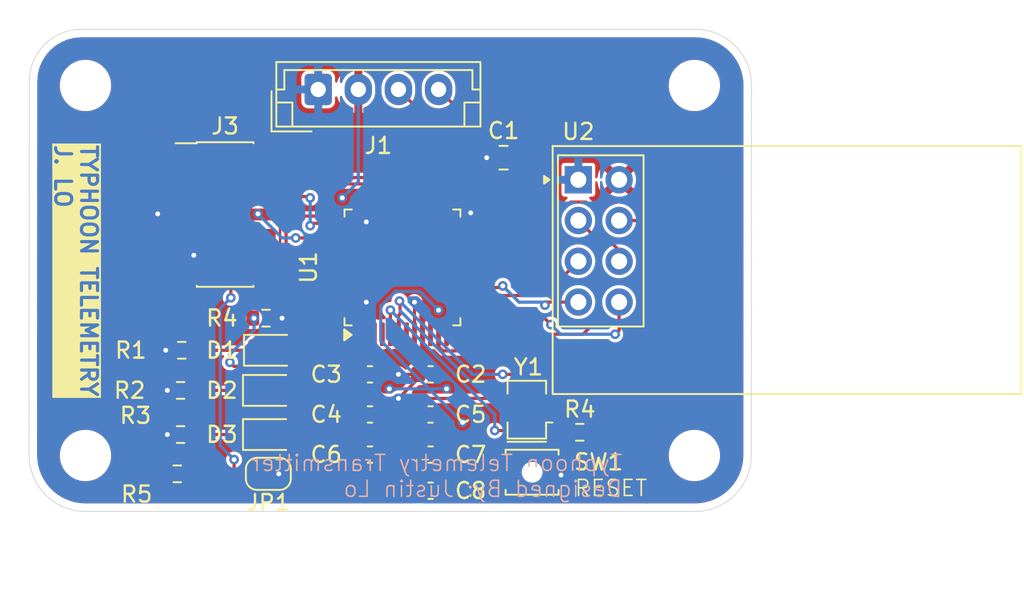
<source format=kicad_pcb>
(kicad_pcb (version 20240108) (generator "pcbnew") (generator_version "8.0")
  (layers (0 "F.Cu" signal) (31 "B.Cu" signal) (34 "B.Paste" user) (35 "F.Paste" user) (36 "B.SilkS" user "B.Silkscreen") (37 "F.SilkS" user "F.Silkscreen") (38 "B.Mask" user) (39 "F.Mask" user) (44 "Edge.Cuts" user))
  (net 0 "")
  (net 1 "+3.3V")
  (net 2 "GND")
  (net 3 "Net-(D1-A)")
  (net 4 "Net-(D1-K)")
  (net 5 "Net-(D2-A)")
  (net 6 "Net-(D2-K)")
  (net 7 "Net-(D3-K)")
  (net 8 "Net-(D3-A)")
  (net 9 "/RX")
  (net 10 "/TX")
  (net 11 "/Reset")
  (net 18 "/STLINK_{RX}")
  (net 19 "/MOSI")
  (net 20 "Net-(U1-PD1)")
  (net 23 "/RF_EN")
  (net 27 "Net-(U1-PD0)")
  (net 28 "/RF_SEL")
  (net 31 "/SWCLK")
  (net 34 "/RF_INT")
  (net 35 "/MISO")
  (net 36 "/SCK")
  (net 47 "/SWO")
  (net 48 "/SWDIO")
  (net 49 "Net-(U1-BOOT0)")
  (net 50 "/STLINK_{TX}")
  (net 51 "Net-(J3-~{RST})")
  (footprint "Crystal:Resonator_SMD_Murata_CSTxExxV-3Pin_3.0x1.1mm" (layer "F.Cu") (at 160.25 86.45 90)
    (property "Reference" "Y1" (at 2.6554 0.1002 0) (layer "F.SilkS"))
    (property "Value" "8M")
    (fp_line (start 1.8 -1.2) (end 1.8 0.8) (stroke (width 0.12)) (layer "F.SilkS"))
    (fp_line (start 1 -1.2) (end 1.8 -1.2) (stroke (width 0.12)) (layer "F.SilkS"))
    (fp_line (start -1.8 -1.2) (end -0.8 -1.2) (stroke (width 0.12)) (layer "F.SilkS"))
    (fp_line (start -2 -1.2) (end -2 0.8) (stroke (width 0.12)) (layer "F.SilkS"))
    (fp_line (start 1.8 0.8) (end 1.8 1.2) (stroke (width 0.12)) (layer "F.SilkS"))
    (fp_line (start -1.8 0.8) (end -1.8 -1.2) (stroke (width 0.12)) (layer "F.SilkS"))
    (fp_line (start -1.8 0.8) (end -1.8 1.2) (stroke (width 0.12)) (layer "F.SilkS"))
    (fp_line (start -2 0.8) (end -2 1.2) (stroke (width 0.12)) (layer "F.SilkS"))
    (fp_line (start 1.8 1.2) (end 1 1.2) (stroke (width 0.12)) (layer "F.SilkS"))
    (fp_line (start -0.8 1.2) (end -1.8 1.2) (stroke (width 0.12)) (layer "F.SilkS"))
    (fp_line (start -0.8 1.2) (end -0.8 1.6) (stroke (width 0.12)) (layer "F.SilkS"))
    (pad "1" smd rect (at -1.2 0 90) (size 0.4 1.9) (layers "F.Cu" "F.Paste" "F.Mask") (net 27 "Net-(U1-PD0)"))
    (pad "2" smd rect (at 0 0 90) (size 0.4 1.9) (layers "F.Cu" "F.Paste" "F.Mask") (net 2 "GND"))
    (pad "3" smd rect (at 1.2 0 90) (size 0.4 1.9) (layers "F.Cu" "F.Paste" "F.Mask") (net 20 "Net-(U1-PD1)"))
  )
  (footprint "MountingHole:MountingHole_2.7mm_M2.5" (layer "F.Cu") (at 170.691429 89.3064 90)
    (property "Reference" "H1" (hide yes))
    (property "Value" "M2.5")
    (pad "" np_thru_hole circle (at 0 0 90) (size 2.7 2.7) (drill 2.7) (layers "F&B.Cu" "*.Mask"))
  )
  (footprint "LED_SMD:LED_0805_2012Metric" (layer "F.Cu") (at 144.25 88)
    (property "Reference" "D3" (at -3 0 0) (layer "F.SilkS"))
    (property "Value" "LED")
    (fp_line (start -1.685 -0.96) (end -1.685 0.96) (stroke (width 0.12)) (layer "F.SilkS"))
    (fp_line (start -1.685 0.96) (end 1 0.96) (stroke (width 0.12)) (layer "F.SilkS"))
    (fp_line (start 1 -0.96) (end -1.685 -0.96) (stroke (width 0.12)) (layer "F.SilkS"))
    (pad "1" smd roundrect (at -0.9375 0) (size 0.975 1.4) (layers "F.Cu" "F.Paste" "F.Mask") (net 7 "Net-(D3-K)"))
    (pad "2" smd roundrect (at 0.9375 0) (size 0.975 1.4) (layers "F.Cu" "F.Paste" "F.Mask") (net 8 "Net-(D3-A)"))
  )
  (footprint "Capacitor_SMD:C_0603_1608Metric" (layer "F.Cu") (at 154.25 84.25)
    (property "Reference" "C2" (at 2.5 0 0) (layer "F.SilkS"))
    (property "Value" "100n")
    (fp_line (start -0.14058 -0.51) (end 0.14058 -0.51) (stroke (width 0.12)) (layer "F.SilkS"))
    (fp_line (start -0.14058 0.51) (end 0.14058 0.51) (stroke (width 0.12)) (layer "F.SilkS"))
    (pad "1" smd roundrect (at -0.775 0) (size 0.9 0.95) (layers "F.Cu" "F.Paste" "F.Mask") (net 2 "GND"))
    (pad "2" smd roundrect (at 0.775 0) (size 0.9 0.95) (layers "F.Cu" "F.Paste" "F.Mask") (net 1 "+3.3V"))
  )
  (footprint "Resistor_SMD:R_0603_1608Metric" (layer "F.Cu") (at 138.675 85.25)
    (property "Reference" "R2" (at -3.175 0 0) (layer "F.SilkS"))
    (property "Value" "330")
    (fp_line (start -0.237258 -0.5225) (end 0.237258 -0.5225) (stroke (width 0.12)) (layer "F.SilkS"))
    (fp_line (start -0.237258 0.5225) (end 0.237258 0.5225) (stroke (width 0.12)) (layer "F.SilkS"))
    (pad "1" smd roundrect (at -0.825 0) (size 0.8 0.95) (layers "F.Cu" "F.Paste" "F.Mask") (net 2 "GND"))
    (pad "2" smd roundrect (at 0.825 0) (size 0.8 0.95) (layers "F.Cu" "F.Paste" "F.Mask") (net 6 "Net-(D2-K)"))
  )
  (footprint "Capacitor_SMD:C_0805_2012Metric" (layer "F.Cu") (at 158.8 70.75)
    (property "Reference" "C1" (at 0 -1.68 0) (layer "F.SilkS"))
    (property "Value" "10u")
    (fp_line (start -0.261252 -0.735) (end 0.261252 -0.735) (stroke (width 0.12)) (layer "F.SilkS"))
    (fp_line (start -0.261252 0.735) (end 0.261252 0.735) (stroke (width 0.12)) (layer "F.SilkS"))
    (pad "1" smd roundrect (at -0.95 0) (size 1 1.45) (layers "F.Cu" "F.Paste" "F.Mask") (net 2 "GND"))
    (pad "2" smd roundrect (at 0.95 0) (size 1 1.45) (layers "F.Cu" "F.Paste" "F.Mask") (net 1 "+3.3V"))
  )
  (footprint "RF_Module:nRF24L01_Breakout" (layer "F.Cu") (at 163.4605 72.125)
    (property "Reference" "U2" (at 0 -3 0) (layer "F.SilkS"))
    (property "Value" "NRF24L01_Breakout")
    (fp_line (start -1.6 -2.1) (end -1.6 -2.1) (stroke (width 0.12)) (layer "F.SilkS"))
    (fp_line (start -1.6 -2.1) (end 27.6 -2.1) (stroke (width 0.12)) (layer "F.SilkS"))
    (fp_line (start -1.6 13.35) (end -1.6 -2.1) (stroke (width 0.12)) (layer "F.SilkS"))
    (fp_line (start -1.27 -1.524) (end -1.27 -1.524) (stroke (width 0.12)) (layer "F.SilkS"))
    (fp_line (start -1.27 -1.524) (end 4.064 -1.524) (stroke (width 0.12)) (layer "F.SilkS"))
    (fp_line (start -1.27 9.144) (end -1.27 -1.524) (stroke (width 0.12)) (layer "F.SilkS"))
    (fp_line (start -1.27 9.144) (end -1.27 9.144) (stroke (width 0.12)) (layer "F.SilkS"))
    (fp_line (start 4.064 -1.524) (end 4.064 9.144) (stroke (width 0.12)) (layer "F.SilkS"))
    (fp_line (start 4.064 9.144) (end -1.27 9.144) (stroke (width 0.12)) (layer "F.SilkS"))
    (fp_line (start 27.6 -2.1) (end 27.6 13.35) (stroke (width 0.12)) (layer "F.SilkS"))
    (fp_line (start 27.6 13.35) (end -1.6 13.35) (stroke (width 0.12)) (layer "F.SilkS"))
    (fp_poly (pts (xy -1.8 0) (xy -2.136 0.24) (xy -2.136 -0.24) (xy -1.8 0)) (stroke (width 0.12)) (fill solid) (layer "F.SilkS"))
    (pad "1" thru_hole rect (at 0 0) (size 1.7 1.7) (drill 1) (layers "*.Cu" "*.Mask") (net 2 "GND"))
    (pad "2" thru_hole circle (at 2.54 0) (size 1.7 1.7) (drill 1) (layers "*.Cu" "*.Mask") (net 1 "+3.3V"))
    (pad "3" thru_hole circle (at 0 2.54) (size 1.7 1.7) (drill 1) (layers "*.Cu" "*.Mask") (net 23 "/RF_EN"))
    (pad "4" thru_hole circle (at 2.54 2.54) (size 1.7 1.7) (drill 1) (layers "*.Cu" "*.Mask") (net 28 "/RF_SEL"))
    (pad "5" thru_hole circle (at 0 5.08) (size 1.7 1.7) (drill 1) (layers "*.Cu" "*.Mask") (net 36 "/SCK"))
    (pad "6" thru_hole circle (at 2.54 5.08) (size 1.7 1.7) (drill 1) (layers "*.Cu" "*.Mask") (net 19 "/MOSI"))
    (pad "7" thru_hole circle (at 0 7.62) (size 1.7 1.7) (drill 1) (layers "*.Cu" "*.Mask") (net 35 "/MISO"))
    (pad "8" thru_hole circle (at 2.54 7.62) (size 1.7 1.7) (drill 1) (layers "*.Cu" "*.Mask") (net 34 "/RF_INT"))
  )
  (footprint "Resistor_SMD:R_0603_1608Metric" (layer "F.Cu") (at 163.5506 87.8586)
    (property "Reference" "R4" (at 0 -1.43 0) (layer "F.SilkS"))
    (property "Value" "10k")
    (fp_line (start -0.237258 -0.5225) (end 0.237258 -0.5225) (stroke (width 0.12)) (layer "F.SilkS"))
    (fp_line (start -0.237258 0.5225) (end 0.237258 0.5225) (stroke (width 0.12)) (layer "F.SilkS"))
    (pad "1" smd roundrect (at -0.825 0) (size 0.8 0.95) (layers "F.Cu" "F.Paste" "F.Mask") (net 1 "+3.3V"))
    (pad "2" smd roundrect (at 0.825 0) (size 0.8 0.95) (layers "F.Cu" "F.Paste" "F.Mask") (net 11 "/Reset"))
  )
  (footprint "Capacitor_SMD:C_0603_1608Metric" (layer "F.Cu") (at 154.25 91.5 180)
    (property "Reference" "C8" (at -2.5 0 0) (layer "F.SilkS"))
    (property "Value" "0.1u")
    (fp_line (start -0.14058 0.51) (end 0.14058 0.51) (stroke (width 0.12)) (layer "F.SilkS"))
    (fp_line (start -0.14058 -0.51) (end 0.14058 -0.51) (stroke (width 0.12)) (layer "F.SilkS"))
    (pad "1" smd roundrect (at -0.775 0 180) (size 0.9 0.95) (layers "F.Cu" "F.Paste" "F.Mask") (net 1 "+3.3V"))
    (pad "2" smd roundrect (at 0.775 0 180) (size 0.9 0.95) (layers "F.Cu" "F.Paste" "F.Mask") (net 2 "GND"))
  )
  (footprint "Capacitor_SMD:C_0603_1608Metric" (layer "F.Cu") (at 150.475 86.75)
    (property "Reference" "C4" (at -2.725 0 0) (layer "F.SilkS"))
    (property "Value" "100n")
    (fp_line (start -0.14058 -0.51) (end 0.14058 -0.51) (stroke (width 0.12)) (layer "F.SilkS"))
    (fp_line (start -0.14058 0.51) (end 0.14058 0.51) (stroke (width 0.12)) (layer "F.SilkS"))
    (pad "1" smd roundrect (at -0.775 0) (size 0.9 0.95) (layers "F.Cu" "F.Paste" "F.Mask") (net 2 "GND"))
    (pad "2" smd roundrect (at 0.775 0) (size 0.9 0.95) (layers "F.Cu" "F.Paste" "F.Mask") (net 1 "+3.3V"))
  )
  (footprint "Resistor_SMD:R_0603_1608Metric" (layer "F.Cu") (at 138.75 82.75)
    (property "Reference" "R1" (at -3.175 0 0) (layer "F.SilkS"))
    (property "Value" "330")
    (fp_line (start -0.237258 -0.5225) (end 0.237258 -0.5225) (stroke (width 0.12)) (layer "F.SilkS"))
    (fp_line (start -0.237258 0.5225) (end 0.237258 0.5225) (stroke (width 0.12)) (layer "F.SilkS"))
    (pad "1" smd roundrect (at -0.825 0) (size 0.8 0.95) (layers "F.Cu" "F.Paste" "F.Mask") (net 2 "GND"))
    (pad "2" smd roundrect (at 0.825 0) (size 0.8 0.95) (layers "F.Cu" "F.Paste" "F.Mask") (net 4 "Net-(D1-K)"))
  )
  (footprint "MountingHole:MountingHole_2.7mm_M2.5" (layer "F.Cu") (at 132.75 89.3064)
    (property "Reference" "H1" (hide yes))
    (property "Value" "M2.5")
    (pad "" np_thru_hole circle (at 0 0) (size 2.7 2.7) (drill 2.7) (layers "F&B.Cu" "*.Mask"))
  )
  (footprint "Capacitor_SMD:C_0603_1608Metric" (layer "F.Cu") (at 154.25 86.75)
    (property "Reference" "C5" (at 2.5 0 0) (layer "F.SilkS"))
    (property "Value" "100n")
    (fp_line (start -0.14058 -0.51) (end 0.14058 -0.51) (stroke (width 0.12)) (layer "F.SilkS"))
    (fp_line (start -0.14058 0.51) (end 0.14058 0.51) (stroke (width 0.12)) (layer "F.SilkS"))
    (pad "1" smd roundrect (at -0.775 0) (size 0.9 0.95) (layers "F.Cu" "F.Paste" "F.Mask") (net 2 "GND"))
    (pad "2" smd roundrect (at 0.775 0) (size 0.9 0.95) (layers "F.Cu" "F.Paste" "F.Mask") (net 1 "+3.3V"))
  )
  (footprint "Jumper:SolderJumper-2_P1.3mm_Open_RoundedPad1.0x1.5mm" (layer "F.Cu") (at 144.145 90.4494 180)
    (property "Reference" "JP1" (at 0 -1.8 0) (layer "F.SilkS"))
    (property "Value" "Jumper_2_Open")
    (fp_line (start 1.4 -0.3) (end 1.4 0.3) (stroke (width 0.12)) (layer "F.SilkS"))
    (fp_line (start 0.7 1) (end -0.7 1) (stroke (width 0.12)) (layer "F.SilkS"))
    (fp_line (start -0.7 -1) (end 0.7 -1) (stroke (width 0.12)) (layer "F.SilkS"))
    (fp_line (start -1.4 0.3) (end -1.4 -0.3) (stroke (width 0.12)) (layer "F.SilkS"))
    (fp_arc (start 1.4 0.3) (mid 1.194975 0.794975) (end 0.7 1) (stroke (width 0.12)) (layer "F.SilkS"))
    (fp_arc (start 0.7 -1) (mid 1.194975 -0.794975) (end 1.4 -0.3) (stroke (width 0.12)) (layer "F.SilkS"))
    (fp_arc (start -0.7 1) (mid -1.194975 0.794975) (end -1.4 0.3) (stroke (width 0.12)) (layer "F.SilkS"))
    (fp_arc (start -1.4 -0.3) (mid -1.194975 -0.794975) (end -0.7 -1) (stroke (width 0.12)) (layer "F.SilkS"))
    (pad "1" smd custom (at -0.65 0 180) (size 1 0.5) (layers "F.Cu" "F.Mask") (net 2 "GND") (options (clearance outline) (anchor rect)) (primitives (gr_circle (center 0 0.25) (end 0.5 0.25) (width 0) (fill yes)) (gr_circle (center 0 -0.25) (end 0.5 -0.25) (width 0) (fill yes)) (gr_poly (pts (xy 0.5 0.75) (xy 0 0.75) (xy 0 -0.75) (xy 0.5 -0.75)) (width 0) (fill yes))))
    (pad "2" smd custom (at 0.65 0 180) (size 1 0.5) (layers "F.Cu" "F.Mask") (net 51 "Net-(J3-~{RST})") (options (clearance outline) (anchor rect)) (primitives (gr_circle (center 0 0.25) (end 0.5 0.25) (width 0) (fill yes)) (gr_circle (center 0 -0.25) (end 0.5 -0.25) (width 0) (fill yes)) (gr_poly (pts (xy 0 0.75) (xy -0.5 0.75) (xy -0.5 -0.75) (xy 0 -0.75)) (width 0) (fill yes))))
  )
  (footprint "Capacitor_SMD:C_0603_1608Metric" (layer "F.Cu") (at 154.25 89.25)
    (property "Reference" "C7" (at 2.5 0 0) (layer "F.SilkS"))
    (property "Value" "1u")
    (fp_line (start -0.14058 -0.51) (end 0.14058 -0.51) (stroke (width 0.12)) (layer "F.SilkS"))
    (fp_line (start -0.14058 0.51) (end 0.14058 0.51) (stroke (width 0.12)) (layer "F.SilkS"))
    (pad "1" smd roundrect (at -0.775 0) (size 0.9 0.95) (layers "F.Cu" "F.Paste" "F.Mask") (net 2 "GND"))
    (pad "2" smd roundrect (at 0.775 0) (size 0.9 0.95) (layers "F.Cu" "F.Paste" "F.Mask") (net 1 "+3.3V"))
  )
  (footprint "Resistor_SMD:R_0603_1608Metric" (layer "F.Cu") (at 144 80.75)
    (property "Reference" "R4" (at -2.75 0 0) (layer "F.SilkS"))
    (property "Value" "10k")
    (fp_line (start -0.237258 -0.5225) (end 0.237258 -0.5225) (stroke (width 0.12)) (layer "F.SilkS"))
    (fp_line (start -0.237258 0.5225) (end 0.237258 0.5225) (stroke (width 0.12)) (layer "F.SilkS"))
    (pad "1" smd roundrect (at -0.825 0) (size 0.8 0.95) (layers "F.Cu" "F.Paste" "F.Mask") (net 49 "Net-(U1-BOOT0)"))
    (pad "2" smd roundrect (at 0.825 0) (size 0.8 0.95) (layers "F.Cu" "F.Paste" "F.Mask") (net 2 "GND"))
  )
  (footprint "Package_QFP:LQFP-48_7x7mm_P0.5mm" (layer "F.Cu") (at 152.5 77.5875 90)
    (property "Reference" "U1" (at 0 -5.85 -90) (layer "F.SilkS"))
    (property "Value" "STM32F103C8Tx")
    (fp_line (start 3.61 -3.61) (end 3.61 -3.16) (stroke (width 0.12)) (layer "F.SilkS"))
    (fp_line (start 3.16 -3.61) (end 3.61 -3.61) (stroke (width 0.12)) (layer "F.SilkS"))
    (fp_line (start -3.16 -3.61) (end -3.61 -3.61) (stroke (width 0.12)) (layer "F.SilkS"))
    (fp_line (start -3.61 -3.61) (end -3.61 -3.16) (stroke (width 0.12)) (layer "F.SilkS"))
    (fp_line (start 3.61 3.61) (end 3.61 3.16) (stroke (width 0.12)) (layer "F.SilkS"))
    (fp_line (start 3.16 3.61) (end 3.61 3.61) (stroke (width 0.12)) (layer "F.SilkS"))
    (fp_line (start -3.16 3.61) (end -3.61 3.61) (stroke (width 0.12)) (layer "F.SilkS"))
    (fp_line (start -3.61 3.61) (end -3.61 3.16) (stroke (width 0.12)) (layer "F.SilkS"))
    (fp_poly (pts (xy -4.2 -3.16) (xy -4.54 -3.63) (xy -3.86 -3.63) (xy -4.2 -3.16)) (stroke (width 0.12)) (fill solid) (layer "F.SilkS"))
    (pad "1" smd roundrect (at -4.1625 -2.75 90) (size 1.475 0.3) (layers "F.Cu" "F.Paste" "F.Mask"))
    (pad "2" smd roundrect (at -4.1625 -2.25 90) (size 1.475 0.3) (layers "F.Cu" "F.Paste" "F.Mask"))
    (pad "3" smd roundrect (at -4.1625 -1.75 90) (size 1.475 0.3) (layers "F.Cu" "F.Paste" "F.Mask"))
    (pad "4" smd roundrect (at -4.1625 -1.25 90) (size 1.475 0.3) (layers "F.Cu" "F.Paste" "F.Mask"))
    (pad "5" smd roundrect (at -4.1625 -0.75 90) (size 1.475 0.3) (layers "F.Cu" "F.Paste" "F.Mask") (net 27 "Net-(U1-PD0)"))
    (pad "6" smd roundrect (at -4.1625 -0.25 90) (size 1.475 0.3) (layers "F.Cu" "F.Paste" "F.Mask") (net 20 "Net-(U1-PD1)"))
    (pad "7" smd roundrect (at -4.1625 0.25 90) (size 1.475 0.3) (layers "F.Cu" "F.Paste" "F.Mask"))
    (pad "8" smd roundrect (at -4.1625 0.75 90) (size 1.475 0.3) (layers "F.Cu" "F.Paste" "F.Mask") (net 2 "GND"))
    (pad "9" smd roundrect (at -4.1625 1.25 90) (size 1.475 0.3) (layers "F.Cu" "F.Paste" "F.Mask") (net 1 "+3.3V"))
    (pad "10" smd roundrect (at -4.1625 1.75 90) (size 1.475 0.3) (layers "F.Cu" "F.Paste" "F.Mask"))
    (pad "11" smd roundrect (at -4.1625 2.25 90) (size 1.475 0.3) (layers "F.Cu" "F.Paste" "F.Mask") (net 28 "/RF_SEL"))
    (pad "12" smd roundrect (at -4.1625 2.75 90) (size 1.475 0.3) (layers "F.Cu" "F.Paste" "F.Mask") (net 23 "/RF_EN"))
    (pad "13" smd roundrect (at -2.75 4.1625 90) (size 0.3 1.475) (layers "F.Cu" "F.Paste" "F.Mask") (net 34 "/RF_INT"))
    (pad "14" smd roundrect (at -2.25 4.1625 90) (size 0.3 1.475) (layers "F.Cu" "F.Paste" "F.Mask"))
    (pad "15" smd roundrect (at -1.75 4.1625 90) (size 0.3 1.475) (layers "F.Cu" "F.Paste" "F.Mask") (net 36 "/SCK"))
    (pad "16" smd roundrect (at -1.25 4.1625 90) (size 0.3 1.475) (layers "F.Cu" "F.Paste" "F.Mask") (net 35 "/MISO"))
    (pad "17" smd roundrect (at -0.75 4.1625 90) (size 0.3 1.475) (layers "F.Cu" "F.Paste" "F.Mask") (net 19 "/MOSI"))
    (pad "18" smd roundrect (at -0.25 4.1625 90) (size 0.3 1.475) (layers "F.Cu" "F.Paste" "F.Mask"))
    (pad "19" smd roundrect (at 0.25 4.1625 90) (size 0.3 1.475) (layers "F.Cu" "F.Paste" "F.Mask"))
    (pad "20" smd roundrect (at 0.75 4.1625 90) (size 0.3 1.475) (layers "F.Cu" "F.Paste" "F.Mask"))
    (pad "21" smd roundrect (at 1.25 4.1625 90) (size 0.3 1.475) (layers "F.Cu" "F.Paste" "F.Mask") (net 10 "/TX"))
    (pad "22" smd roundrect (at 1.75 4.1625 90) (size 0.3 1.475) (layers "F.Cu" "F.Paste" "F.Mask") (net 9 "/RX"))
    (pad "23" smd roundrect (at 2.25 4.1625 90) (size 0.3 1.475) (layers "F.Cu" "F.Paste" "F.Mask") (net 2 "GND"))
    (pad "24" smd roundrect (at 2.75 4.1625 90) (size 0.3 1.475) (layers "F.Cu" "F.Paste" "F.Mask") (net 1 "+3.3V"))
    (pad "25" smd roundrect (at 4.1625 2.75 90) (size 1.475 0.3) (layers "F.Cu" "F.Paste" "F.Mask"))
    (pad "26" smd roundrect (at 4.1625 2.25 90) (size 1.475 0.3) (layers "F.Cu" "F.Paste" "F.Mask"))
    (pad "27" smd roundrect (at 4.1625 1.75 90) (size 1.475 0.3) (layers "F.Cu" "F.Paste" "F.Mask"))
    (pad "28" smd roundrect (at 4.1625 1.25 90) (size 1.475 0.3) (layers "F.Cu" "F.Paste" "F.Mask"))
    (pad "29" smd roundrect (at 4.1625 0.75 90) (size 1.475 0.3) (layers "F.Cu" "F.Paste" "F.Mask"))
    (pad "30" smd roundrect (at 4.1625 0.25 90) (size 1.475 0.3) (layers "F.Cu" "F.Paste" "F.Mask") (net 50 "/STLINK_{TX}"))
    (pad "31" smd roundrect (at 4.1625 -0.25 90) (size 1.475 0.3) (layers "F.Cu" "F.Paste" "F.Mask") (net 18 "/STLINK_{RX}"))
    (pad "32" smd roundrect (at 4.1625 -0.75 90) (size 1.475 0.3) (layers "F.Cu" "F.Paste" "F.Mask"))
    (pad "33" smd roundrect (at 4.1625 -1.25 90) (size 1.475 0.3) (layers "F.Cu" "F.Paste" "F.Mask"))
    (pad "34" smd roundrect (at 4.1625 -1.75 90) (size 1.475 0.3) (layers "F.Cu" "F.Paste" "F.Mask") (net 48 "/SWDIO"))
    (pad "35" smd roundrect (at 4.1625 -2.25 90) (size 1.475 0.3) (layers "F.Cu" "F.Paste" "F.Mask") (net 2 "GND"))
    (pad "36" smd roundrect (at 4.1625 -2.75 90) (size 1.475 0.3) (layers "F.Cu" "F.Paste" "F.Mask") (net 1 "+3.3V"))
    (pad "37" smd roundrect (at 2.75 -4.1625 90) (size 0.3 1.475) (layers "F.Cu" "F.Paste" "F.Mask") (net 31 "/SWCLK"))
    (pad "38" smd roundrect (at 2.25 -4.1625 90) (size 0.3 1.475) (layers "F.Cu" "F.Paste" "F.Mask"))
    (pad "39" smd roundrect (at 1.75 -4.1625 90) (size 0.3 1.475) (layers "F.Cu" "F.Paste" "F.Mask") (net 47 "/SWO"))
    (pad "40" smd roundrect (at 1.25 -4.1625 90) (size 0.3 1.475) (layers "F.Cu" "F.Paste" "F.Mask"))
    (pad "41" smd roundrect (at 0.75 -4.1625 90) (size 0.3 1.475) (layers "F.Cu" "F.Paste" "F.Mask"))
    (pad "42" smd roundrect (at 0.25 -4.1625 90) (size 0.3 1.475) (layers "F.Cu" "F.Paste" "F.Mask"))
    (pad "43" smd roundrect (at -0.25 -4.1625 90) (size 0.3 1.475) (layers "F.Cu" "F.Paste" "F.Mask") (net 3 "Net-(D1-A)"))
    (pad "44" smd roundrect (at -0.75 -4.1625 90) (size 0.3 1.475) (layers "F.Cu" "F.Paste" "F.Mask") (net 49 "Net-(U1-BOOT0)"))
    (pad "45" smd roundrect (at -1.25 -4.1625 90) (size 0.3 1.475) (layers "F.Cu" "F.Paste" "F.Mask") (net 5 "Net-(D2-A)"))
    (pad "46" smd roundrect (at -1.75 -4.1625 90) (size 0.3 1.475) (layers "F.Cu" "F.Paste" "F.Mask") (net 8 "Net-(D3-A)"))
    (pad "47" smd roundrect (at -2.25 -4.1625 90) (size 0.3 1.475) (layers "F.Cu" "F.Paste" "F.Mask") (net 2 "GND"))
    (pad "48" smd roundrect (at -2.75 -4.1625 90) (size 0.3 1.475) (layers "F.Cu" "F.Paste" "F.Mask") (net 1 "+3.3V"))
  )
  (footprint "Connector_PinHeader_1.27mm:PinHeader_2x07_P1.27mm_Vertical_SMD" (layer "F.Cu") (at 141.45 74.29)
    (property "Reference" "J3" (at 0 -5.505 0) (layer "F.SilkS"))
    (property "Value" "Conn_ST_STDC14")
    (fp_line (start -3.09 -4.44) (end -1.765 -4.44) (stroke (width 0.12)) (layer "F.SilkS"))
    (fp_line (start -1.765 -4.505) (end -1.765 -4.44) (stroke (width 0.12)) (layer "F.SilkS"))
    (fp_line (start -1.765 -4.505) (end 1.765 -4.505) (stroke (width 0.12)) (layer "F.SilkS"))
    (fp_line (start -1.765 4.44) (end -1.765 4.505) (stroke (width 0.12)) (layer "F.SilkS"))
    (fp_line (start -1.765 4.505) (end 1.765 4.505) (stroke (width 0.12)) (layer "F.SilkS"))
    (fp_line (start 1.765 -4.505) (end 1.765 -4.44) (stroke (width 0.12)) (layer "F.SilkS"))
    (fp_line (start 1.765 4.44) (end 1.765 4.505) (stroke (width 0.12)) (layer "F.SilkS"))
    (pad "1" smd rect (at -1.95 -3.81) (size 2.4 0.74) (layers "F.Cu" "F.Paste" "F.Mask"))
    (pad "2" smd rect (at 1.95 -3.81) (size 2.4 0.74) (layers "F.Cu" "F.Paste" "F.Mask"))
    (pad "3" smd rect (at -1.95 -2.54) (size 2.4 0.74) (layers "F.Cu" "F.Paste" "F.Mask") (net 1 "+3.3V"))
    (pad "4" smd rect (at 1.95 -2.54) (size 2.4 0.74) (layers "F.Cu" "F.Paste" "F.Mask") (net 48 "/SWDIO"))
    (pad "5" smd rect (at -1.95 -1.27) (size 2.4 0.74) (layers "F.Cu" "F.Paste" "F.Mask") (net 2 "GND"))
    (pad "6" smd rect (at 1.95 -1.27) (size 2.4 0.74) (layers "F.Cu" "F.Paste" "F.Mask") (net 31 "/SWCLK"))
    (pad "7" smd rect (at -1.95 0) (size 2.4 0.74) (layers "F.Cu" "F.Paste" "F.Mask") (net 2 "GND"))
    (pad "8" smd rect (at 1.95 0) (size 2.4 0.74) (layers "F.Cu" "F.Paste" "F.Mask") (net 47 "/SWO"))
    (pad "9" smd rect (at -1.95 1.27) (size 2.4 0.74) (layers "F.Cu" "F.Paste" "F.Mask"))
    (pad "10" smd rect (at 1.95 1.27) (size 2.4 0.74) (layers "F.Cu" "F.Paste" "F.Mask"))
    (pad "11" smd rect (at -1.95 2.54) (size 2.4 0.74) (layers "F.Cu" "F.Paste" "F.Mask") (net 2 "GND"))
    (pad "12" smd rect (at 1.95 2.54) (size 2.4 0.74) (layers "F.Cu" "F.Paste" "F.Mask") (net 51 "Net-(J3-~{RST})"))
    (pad "13" smd rect (at -1.95 3.81) (size 2.4 0.74) (layers "F.Cu" "F.Paste" "F.Mask") (net 18 "/STLINK_{RX}"))
    (pad "14" smd rect (at 1.95 3.81) (size 2.4 0.74) (layers "F.Cu" "F.Paste" "F.Mask") (net 50 "/STLINK_{TX}"))
  )
  (footprint "Button_Switch_SMD:SW_SPST_B3U-1000P-B" (layer "F.Cu") (at 160.5788 90.3478 180)
    (property "Reference" "SW1" (at -4.1402 0.635 180) (layer "F.SilkS"))
    (property "Value" "SW_Push" (hide yes))
    (fp_line (start 1.65 1.4) (end 1.65 1.1) (stroke (width 0.12)) (layer "F.SilkS"))
    (fp_line (start 1.65 -1.4) (end 1.65 -1.1) (stroke (width 0.12)) (layer "F.SilkS"))
    (fp_line (start -1.65 1.4) (end 1.65 1.4) (stroke (width 0.12)) (layer "F.SilkS"))
    (fp_line (start -1.65 1.1) (end -1.65 1.4) (stroke (width 0.12)) (layer "F.SilkS"))
    (fp_line (start -1.65 -1.1) (end -1.65 -1.4) (stroke (width 0.12)) (layer "F.SilkS"))
    (fp_line (start -1.65 -1.4) (end 1.65 -1.4) (stroke (width 0.12)) (layer "F.SilkS"))
    (pad "" np_thru_hole circle (at 0 0 180) (size 0.8 0.8) (drill 0.8) (layers "*.Cu" "*.Mask"))
    (pad "1" smd rect (at -1.7 0 180) (size 0.9 1.7) (layers "F.Cu" "F.Paste" "F.Mask") (net 2 "GND"))
    (pad "2" smd rect (at 1.7 0 180) (size 0.9 1.7) (layers "F.Cu" "F.Paste" "F.Mask") (net 11 "/Reset"))
  )
  (footprint "MountingHole:MountingHole_2.7mm_M2.5" (layer "F.Cu") (at 170.691429 66.25 180)
    (property "Reference" "H1" (hide yes))
    (property "Value" "M2.5")
    (pad "" np_thru_hole circle (at 0 0 180) (size 2.7 2.7) (drill 2.7) (layers "F&B.Cu" "*.Mask"))
  )
  (footprint "LED_SMD:LED_0805_2012Metric" (layer "F.Cu") (at 144.3125 82.75)
    (property "Reference" "D1" (at -3.0625 0 0) (layer "F.SilkS"))
    (property "Value" "LED")
    (fp_line (start -1.685 -0.96) (end -1.685 0.96) (stroke (width 0.12)) (layer "F.SilkS"))
    (fp_line (start -1.685 0.96) (end 1 0.96) (stroke (width 0.12)) (layer "F.SilkS"))
    (fp_line (start 1 -0.96) (end -1.685 -0.96) (stroke (width 0.12)) (layer "F.SilkS"))
    (pad "1" smd roundrect (at -0.9375 0) (size 0.975 1.4) (layers "F.Cu" "F.Paste" "F.Mask") (net 4 "Net-(D1-K)"))
    (pad "2" smd roundrect (at 0.9375 0) (size 0.975 1.4) (layers "F.Cu" "F.Paste" "F.Mask") (net 3 "Net-(D1-A)"))
  )
  (footprint "Capacitor_SMD:C_0603_1608Metric" (layer "F.Cu") (at 150.475 89.25)
    (property "Reference" "C6" (at -2.725 0 0) (layer "F.SilkS"))
    (property "Value" "10n")
    (fp_line (start -0.14058 -0.51) (end 0.14058 -0.51) (stroke (width 0.12)) (layer "F.SilkS"))
    (fp_line (start -0.14058 0.51) (end 0.14058 0.51) (stroke (width 0.12)) (layer "F.SilkS"))
    (pad "1" smd roundrect (at -0.775 0) (size 0.9 0.95) (layers "F.Cu" "F.Paste" "F.Mask") (net 2 "GND"))
    (pad "2" smd roundrect (at 0.775 0) (size 0.9 0.95) (layers "F.Cu" "F.Paste" "F.Mask") (net 1 "+3.3V"))
  )
  (footprint "Connector_JST:JST_EH_B4B-EH-A_1x04_P2.50mm_Vertical" (layer "F.Cu") (at 147.25 66.5)
    (property "Reference" "J1" (at 3.75 3.5 0) (layer "F.SilkS"))
    (property "Value" "Conn_01x04_Pin")
    (fp_line (start -2.91 0.11) (end -2.91 2.61) (stroke (width 0.12)) (layer "F.SilkS"))
    (fp_line (start -2.91 2.61) (end -0.41 2.61) (stroke (width 0.12)) (layer "F.SilkS"))
    (fp_line (start -2.61 -1.71) (end -2.61 2.31) (stroke (width 0.12)) (layer "F.SilkS"))
    (fp_line (start -2.61 0) (end -2.11 0) (stroke (width 0.12)) (layer "F.SilkS"))
    (fp_line (start -2.61 0.81) (end -1.61 0.81) (stroke (width 0.12)) (layer "F.SilkS"))
    (fp_line (start -2.61 2.31) (end 10.11 2.31) (stroke (width 0.12)) (layer "F.SilkS"))
    (fp_line (start -2.11 -1.21) (end 9.61 -1.21) (stroke (width 0.12)) (layer "F.SilkS"))
    (fp_line (start -2.11 0) (end -2.11 -1.21) (stroke (width 0.12)) (layer "F.SilkS"))
    (fp_line (start -1.61 0.81) (end -1.61 2.31) (stroke (width 0.12)) (layer "F.SilkS"))
    (fp_line (start 9.11 0.81) (end 9.11 2.31) (stroke (width 0.12)) (layer "F.SilkS"))
    (fp_line (start 9.61 -1.21) (end 9.61 0) (stroke (width 0.12)) (layer "F.SilkS"))
    (fp_line (start 9.61 0) (end 10.11 0) (stroke (width 0.12)) (layer "F.SilkS"))
    (fp_line (start 10.11 -1.71) (end -2.61 -1.71) (stroke (width 0.12)) (layer "F.SilkS"))
    (fp_line (start 10.11 0.81) (end 9.11 0.81) (stroke (width 0.12)) (layer "F.SilkS"))
    (fp_line (start 10.11 2.31) (end 10.11 -1.71) (stroke (width 0.12)) (layer "F.SilkS"))
    (pad "1" thru_hole roundrect (at 0 0) (size 1.7 1.95) (drill 0.95) (layers "*.Cu" "*.Mask") (roundrect_rratio 0.147059) (net 2 "GND"))
    (pad "2" thru_hole oval (at 2.5 0) (size 1.7 1.95) (drill 0.95) (layers "*.Cu" "*.Mask") (net 1 "+3.3V"))
    (pad "3" thru_hole oval (at 5 0) (size 1.7 1.95) (drill 0.95) (layers "*.Cu" "*.Mask") (net 9 "/RX"))
    (pad "4" thru_hole oval (at 7.5 0) (size 1.7 1.95) (drill 0.95) (layers "*.Cu" "*.Mask") (net 10 "/TX"))
  )
  (footprint "Capacitor_SMD:C_0603_1608Metric" (layer "F.Cu") (at 150.475 84.25)
    (property "Reference" "C3" (at -2.725 0 0) (layer "F.SilkS"))
    (property "Value" "100n")
    (fp_line (start -0.14058 -0.51) (end 0.14058 -0.51) (stroke (width 0.12)) (layer "F.SilkS"))
    (fp_line (start -0.14058 0.51) (end 0.14058 0.51) (stroke (width 0.12)) (layer "F.SilkS"))
    (pad "1" smd roundrect (at -0.775 0) (size 0.9 0.95) (layers "F.Cu" "F.Paste" "F.Mask") (net 2 "GND"))
    (pad "2" smd roundrect (at 0.775 0) (size 0.9 0.95) (layers "F.Cu" "F.Paste" "F.Mask") (net 1 "+3.3V"))
  )
  (footprint "Resistor_SMD:R_0603_1608Metric" (layer "F.Cu") (at 138.675 88)
    (property "Reference" "R3" (at -2.8104 -1.1828 0) (layer "F.SilkS"))
    (property "Value" "330")
    (fp_line (start -0.237258 -0.5225) (end 0.237258 -0.5225) (stroke (width 0.12)) (layer "F.SilkS"))
    (fp_line (start -0.237258 0.5225) (end 0.237258 0.5225) (stroke (width 0.12)) (layer "F.SilkS"))
    (pad "1" smd roundrect (at -0.825 0) (size 0.8 0.95) (layers "F.Cu" "F.Paste" "F.Mask") (net 2 "GND"))
    (pad "2" smd roundrect (at 0.825 0) (size 0.8 0.95) (layers "F.Cu" "F.Paste" "F.Mask") (net 7 "Net-(D3-K)"))
  )
  (footprint "LED_SMD:LED_0805_2012Metric" (layer "F.Cu") (at 144.25 85.25)
    (property "Reference" "D2" (at -3 0 0) (layer "F.SilkS"))
    (property "Value" "LED")
    (fp_line (start -1.685 -0.96) (end -1.685 0.96) (stroke (width 0.12)) (layer "F.SilkS"))
    (fp_line (start -1.685 0.96) (end 1 0.96) (stroke (width 0.12)) (layer "F.SilkS"))
    (fp_line (start 1 -0.96) (end -1.685 -0.96) (stroke (width 0.12)) (layer "F.SilkS"))
    (pad "1" smd roundrect (at -0.9375 0) (size 0.975 1.4) (layers "F.Cu" "F.Paste" "F.Mask") (net 6 "Net-(D2-K)"))
    (pad "2" smd roundrect (at 0.9375 0) (size 0.975 1.4) (layers "F.Cu" "F.Paste" "F.Mask") (net 5 "Net-(D2-A)"))
  )
  (footprint "Resistor_SMD:R_0603_1608Metric" (layer "F.Cu") (at 138.47 90.4494)
    (property "Reference" "R5" (at -2.5292 1.27 0) (layer "F.SilkS"))
    (property "Value" "10k")
    (fp_line (start -0.237258 -0.5225) (end 0.237258 -0.5225) (stroke (width 0.12)) (layer "F.SilkS"))
    (fp_line (start -0.237258 0.5225) (end 0.237258 0.5225) (stroke (width 0.12)) (layer "F.SilkS"))
    (pad "1" smd roundrect (at -0.825 0) (size 0.8 0.95) (layers "F.Cu" "F.Paste" "F.Mask") (net 1 "+3.3V"))
    (pad "2" smd roundrect (at 0.825 0) (size 0.8 0.95) (layers "F.Cu" "F.Paste" "F.Mask") (net 51 "Net-(J3-~{RST})"))
  )
  (footprint "MountingHole:MountingHole_2.7mm_M2.5" (layer "F.Cu") (at 132.75 66.25 -90)
    (property "Reference" "H1" (hide yes))
    (property "Value" "M2.5")
    (pad "" np_thru_hole circle (at 0 0 270) (size 2.7 2.7) (drill 2.7) (layers "F&B.Cu" "*.Mask"))
  )
  (gr_arc (start 174.2404 89.2862) (mid 173.215274 91.761074) (end 170.7404 92.7862) (stroke (width 0.05)) (layer "Edge.Cuts"))
  (gr_line (start 132.7404 92.7862) (end 170.7404 92.7862) (stroke (width 0.05)) (layer "Edge.Cuts"))
  (gr_line (start 174.2404 89.2862) (end 174.25 66.25) (stroke (width 0.05)) (layer "Edge.Cuts"))
  (gr_arc (start 170.75 62.75) (mid 173.224874 63.775126) (end 174.25 66.25) (stroke (width 0.05)) (layer "Edge.Cuts"))
  (gr_arc (start 129.25 66) (mid 130.201903 63.701903) (end 132.5 62.75) (stroke (width 0.05)) (layer "Edge.Cuts"))
  (gr_arc (start 132.7404 92.7862) (mid 130.265526 91.761074) (end 129.2404 89.2862) (stroke (width 0.05)) (layer "Edge.Cuts"))
  (gr_line (start 129.25 66) (end 129.2352 89.281) (stroke (width 0.05)) (layer "Edge.Cuts"))
  (gr_line (start 132.5 62.75) (end 170.75 62.75) (stroke (width 0.05)) (layer "Edge.Cuts"))
  (gr_text "Typhoon Telemetry Transmitter\nDesigned By: Justin Lo" (at 166.2684 91.9734 0) (layer "B.SilkS") (effects (font (size 1 1) (thickness 0.1)) (justify left bottom mirror)))
  (gr_text "TYPHOON TELEMETRY\nJ. LO" (at 130.7592 69.85 -90) (layer "F.SilkS" knockout) (effects (font (size 1 1) (thickness 0.2) (bold yes)) (justify left bottom)))
  (gr_text "RESET\n" (at 163.1696 91.9226 0) (layer "F.SilkS") (effects (font (size 1 1) (thickness 0.1)) (justify left bottom)))
  (segment (start 151.25 84.715687) (end 151.684313 85.15) (width 0.2) (layer "F.Cu") (net 1))
  (segment (start 148.925 73.425) (end 148.75 73.25) (width 0.2) (layer "F.Cu") (net 1))
  (segment (start 154.48009 80.25) (end 153.75 80.98009) (width 0.2) (layer "F.Cu") (net 1))
  (segment (start 154.75 80.25) (end 154.48009 80.25) (width 0.2) (layer "F.Cu") (net 1))
  (segment (start 155.025 86.75) (end 155.75 86.75) (width 0.2) (layer "F.Cu") (net 1))
  (segment (start 155.25 84.475) (end 155.025 84.25) (width 0.2) (layer "F.Cu") (net 1))
  (segment (start 155.75 86.75) (end 156.25 87.25) (width 0.2) (layer "F.Cu") (net 1))
  (segment (start 153.75 80.98009) (end 153.75 81.75) (width 0.2) (layer "F.Cu") (net 1))
  (segment (start 151.25 84.25) (end 151.25 84.715687) (width 0.2) (layer "F.Cu") (net 1))
  (segment (start 155.25 85.15) (end 155.25 84.475) (width 0.2) (layer "F.Cu") (net 1))
  (segment (start 149.75 73.425) (end 148.925 73.425) (width 0.2) (layer "F.Cu") (net 1))
  (via (at 155.25 85.15) (size 0.6) (drill 0.3) (layers "F.Cu" "B.Cu") (net 1))
  (via (at 148.75 73.25) (size 0.6) (drill 0.3) (layers "F.Cu" "B.Cu") (net 1))
  (via (at 151.684313 85.15) (size 0.6) (drill 0.3) (layers "F.Cu" "B.Cu") (net 1))
  (via (at 154.75 80.25) (size 0.6) (drill 0.3) (layers "F.Cu" "B.Cu") (net 1))
  (via (at 156.25 87.25) (size 0.6) (drill 0.3) (layers "F.Cu" "B.Cu") (net 1))
  (segment (start 151.684313 85.15) (end 155.25 85.15) (width 0.2) (layer "B.Cu") (net 1))
  (segment (start 153.584313 79.084313) (end 154.75 80.25) (width 0.2) (layer "B.Cu") (net 1))
  (segment (start 148.75 73.25) (end 149.75 72.25) (width 0.2) (layer "B.Cu") (net 1))
  (segment (start 151.15 82.15) (end 151.15 80.001471) (width 0.2) (layer "B.Cu") (net 1))
  (segment (start 151.15 80.001471) (end 152.067158 79.084313) (width 0.2) (layer "B.Cu") (net 1))
  (segment (start 156.25 87.25) (end 151.15 82.15) (width 0.2) (layer "B.Cu") (net 1))
  (segment (start 149.75 72.25) (end 149.75 66.5) (width 0.2) (layer "B.Cu") (net 1))
  (segment (start 152.067158 79.084313) (end 153.584313 79.084313) (width 0.2) (layer "B.Cu") (net 1))
  (segment (start 149.7 84.25) (end 151.2 85.75) (width 0.2) (layer "F.Cu") (net 2))
  (segment (start 157.85 70.75) (end 157.85 70.75) (width 0.2) (layer "F.Cu") (net 2))
  (segment (start 152.475 85.75) (end 153.475 86.75) (width 0.2) (layer "F.Cu") (net 2))
  (segment (start 157.85 70.75) (end 157.75 70.75) (width 0.2) (layer "F.Cu") (net 2))
  (segment (start 153.475 84.25) (end 153.475 84.525) (width 0.2) (layer "F.Cu") (net 2))
  (segment (start 138.33 73.17) (end 137.25 74.25) (width 0.2) (layer "F.Cu") (net 2))
  (segment (start 150.25 73.425) (end 150.25 74.75) (width 0.2) (layer "F.Cu") (net 2))
  (segment (start 137.44 74.44) (end 139.85 74.44) (width 0.2) (layer "F.Cu") (net 2))
  (segment (start 152.25 85.75) (end 152.475 85.75) (width 0.2) (layer "F.Cu") (net 2))
  (segment (start 139.85 73.17) (end 138.33 73.17) (width 0.2) (layer "F.Cu") (net 2))
  (segment (start 150.1625 79.8375) (end 150.25 79.75) (width 0.2) (layer "F.Cu") (net 2))
  (segment (start 155.89259 75.3375) (end 155.625 75.06991) (width 0.2) (layer "F.Cu") (net 2))
  (segment (start 153.475 89.25) (end 153.475 91.5) (width 0.2) (layer "F.Cu") (net 2))
  (segment (start 149.7 86.75) (end 150.7 85.75) (width 0.2) (layer "F.Cu") (net 2))
  (segment (start 150.7 85.75) (end 151.2 85.75) (width 0.2) (layer "F.Cu") (net 2))
  (segment (start 155.625 74.60509) (end 156.04259 74.1875) (width 0.2) (layer "F.Cu") (net 2))
  (segment (start 151.2 85.75) (end 152.25 85.75) (width 0.2) (layer "F.Cu") (net 2))
  (segment (start 159.75 85.75) (end 152.25 85.75) (width 0.2) (layer "F.Cu") (net 2))
  (segment (start 155.625 75.06991) (end 155.625 74.60509) (width 0.2) (layer "F.Cu") (net 2))
  (segment (start 153.25 79.75) (end 153.25 81.75) (width 0.2) (layer "F.Cu") (net 2))
  (segment (start 156.6625 75.3375) (end 155.89259 75.3375) (width 0.2) (layer "F.Cu") (net 2))
  (segment (start 148.3375 79.8375) (end 150.1625 79.8375) (width 0.2) (layer "F.Cu") (net 2))
  (segment (start 152.25 85.75) (end 153.475 86.975) (width 0.2) (layer "F.Cu") (net 2))
  (segment (start 153.475 86.975) (end 153.475 89.25) (width 0.2) (layer "F.Cu") (net 2))
  (segment (start 153.475 84.525) (end 152.25 85.75) (width 0.2) (layer "F.Cu") (net 2))
  (segment (start 156.04259 74.1875) (end 156.75 74.1875) (width 0.2) (layer "F.Cu") (net 2))
  (segment (start 159.75 85.75) (end 159.75 85.95) (width 0.2) (layer "F.Cu") (net 2))
  (segment (start 159.75 85.95) (end 160.25 86.45) (width 0.2) (layer "F.Cu") (net 2))
  (segment (start 153.475 84.25) (end 152.25 84.25) (width 0.2) (layer "F.Cu") (net 2))
  (segment (start 137.25 74.25) (end 137.44 74.44) (width 0.2) (layer "F.Cu") (net 2))
  (segment (start 149.7 89.25) (end 149.7 86.75) (width 0.2) (layer "F.Cu") (net 2))
  (via (at 144.795 90.4494) (size 0.6) (drill 0.3) (layers "F.Cu" "B.Cu") (net 2))
  (via (at 162.3822 90.5256) (size 0.6) (drill 0.3) (layers "F.Cu" "B.Cu") (net 2))
  (via (at 157.75 70.75) (size 0.6) (drill 0.3) (layers "F.Cu" "B.Cu") (net 2))
  (via (at 156.75 74.1875) (size 0.6) (drill 0.3) (layers "F.Cu" "B.Cu") (net 2))
  (via (at 145 80.75) (size 0.6) (drill 0.3) (layers "F.Cu" "B.Cu") (net 2))
  (via (at 137.85 85.25) (size 0.6) (drill 0.3) (layers "F.Cu" "B.Cu") (net 2))
  (via (at 153.25 79.75) (size 0.6) (drill 0.3) (layers "F.Cu" "B.Cu") (net 2))
  (via (at 137.25 74.25) (size 0.6) (drill 0.3) (layers "F.Cu" "B.Cu") (net 2))
  (via (at 137.75 82.75) (size 0.6) (drill 0.3) (layers "F.Cu" "B.Cu") (net 2))
  (via (at 137.85 88) (size 0.6) (drill 0.3) (layers "F.Cu" "B.Cu") (net 2))
  (via (at 152.25 84.25) (size 0.6) (drill 0.3) (layers "F.Cu" "B.Cu") (net 2))
  (via (at 150.25 74.75) (size 0.6) (drill 0.3) (layers "F.Cu" "B.Cu") (net 2))
  (via (at 152.25 85.75) (size 0.6) (drill 0.3) (layers "F.Cu" "B.Cu") (net 2))
  (via (at 139.5 76.83) (size 0.6) (drill 0.3) (layers "F.Cu" "B.Cu") (net 2))
  (via (at 150.25 79.75) (size 0.6) (drill 0.3) (layers "F.Cu" "B.Cu") (net 2))
  (segment (start 147.346814 77.8375) (end 148.3375 77.8375) (width 0.2) (layer "F.Cu") (net 3))
  (segment (start 146 79.184314) (end 147.346814 77.8375) (width 0.2) (layer "F.Cu") (net 3))
  (segment (start 146 82) (end 146 79.184314) (width 0.2) (layer "F.Cu") (net 3))
  (segment (start 145.25 82.75) (end 146 82) (width 0.2) (layer "F.Cu") (net 3))
  (segment (start 143.375 82.75) (end 139.575 82.75) (width 0.2) (layer "F.Cu") (net 4))
  (segment (start 147.501904 78.8375) (end 148.3375 78.8375) (width 0.2) (layer "F.Cu") (net 5))
  (segment (start 146.85 79.489404) (end 147.501904 78.8375) (width 0.2) (layer "F.Cu") (net 5))
  (segment (start 146.85 83.5875) (end 146.85 79.489404) (width 0.2) (layer "F.Cu") (net 5))
  (segment (start 145.1875 85.25) (end 146.85 83.5875) (width 0.2) (layer "F.Cu") (net 5))
  (segment (start 143.3125 85.25) (end 139.5 85.25) (width 0.2) (layer "F.Cu") (net 6))
  (segment (start 139.5 88) (end 143.3125 88) (width 0.2) (layer "F.Cu") (net 7))
  (segment (start 147.25 85.9375) (end 145.1875 88) (width 0.2) (layer "F.Cu") (net 8))
  (segment (start 147.25 79.65509) (end 147.25 85.9375) (width 0.2) (layer "F.Cu") (net 8))
  (segment (start 148.3375 79.3375) (end 147.56759 79.3375) (width 0.2) (layer "F.Cu") (net 8))
  (segment (start 147.56759 79.3375) (end 147.25 79.65509) (width 0.2) (layer "F.Cu") (net 8))
  (segment (start 157.7 75.56991) (end 157.7 73.015686) (width 0.2) (layer "F.Cu") (net 9))
  (segment (start 156.6625 75.8375) (end 157.43241 75.8375) (width 0.2) (layer "F.Cu") (net 9))
  (segment (start 157.7 73.015686) (end 155.25 70.565686) (width 0.2) (layer "F.Cu") (net 9))
  (segment (start 155.25 70.565686) (end 155.25 69.5) (width 0.2) (layer "F.Cu") (net 9))
  (segment (start 157.43241 75.8375) (end 157.7 75.56991) (width 0.2) (layer "F.Cu") (net 9))
  (segment (start 155.25 69.5) (end 152.25 66.5) (width 0.2) (layer "F.Cu") (net 9))
  (segment (start 156.6625 76.3375) (end 157.498096 76.3375) (width 0.2) (layer "F.Cu") (net 10))
  (segment (start 155.65 67.4) (end 154.75 66.5) (width 0.2) (layer "F.Cu") (net 10))
  (segment (start 157.498096 76.3375) (end 158.1 75.735596) (width 0.2) (layer "F.Cu") (net 10))
  (segment (start 158.1 72.85) (end 155.65 70.4) (width 0.2) (layer "F.Cu") (net 10))
  (segment (start 158.1 75.735596) (end 158.1 72.85) (width 0.2) (layer "F.Cu") (net 10))
  (segment (start 155.65 70.4) (end 155.65 67.4) (width 0.2) (layer "F.Cu") (net 10))
  (segment (start 158.8788 90.3478) (end 160.593 88.6336) (width 0.2) (layer "F.Cu") (net 11))
  (segment (start 160.593 88.6336) (end 163.6006 88.6336) (width 0.2) (layer "F.Cu") (net 11))
  (segment (start 163.6006 88.6336) (end 164.3756 87.8586) (width 0.2) (layer "F.Cu") (net 11))
  (segment (start 151.58241 71.9875) (end 152.25 72.65509) (width 0.2) (layer "F.Cu") (net 18))
  (segment (start 152.25 72.65509) (end 152.25 73.425) (width 0.2) (layer "F.Cu") (net 18))
  (segment (start 146.875686 69.81) (end 149.053186 71.9875) (width 0.2) (layer "F.Cu") (net 18))
  (segment (start 141.9 69.85) (end 141.94 69.81) (width 0.2) (layer "F.Cu") (net 18))
  (segment (start 149.053186 71.9875) (end 151.58241 71.9875) (width 0.2) (layer "F.Cu") (net 18))
  (segment (start 141.9 76.53) (end 141.9 69.85) (width 0.2) (layer "F.Cu") (net 18))
  (segment (start 141.94 69.81) (end 146.875686 69.81) (width 0.2) (layer "F.Cu") (net 18))
  (segment (start 139.5 78.1) (end 140.33 78.1) (width 0.2) (layer "F.Cu") (net 18))
  (segment (start 140.33 78.1) (end 141.9 76.53) (width 0.2) (layer "F.Cu") (net 18))
  (segment (start 164.6105 74.188654) (end 164.6105 75.141346) (width 0.2) (layer "F.Cu") (net 19))
  (segment (start 160.583971 76.055) (end 160.583971 75.915183) (width 0.2) (layer "F.Cu") (net 19))
  (segment (start 156.6625 78.3375) (end 158.301471 78.3375) (width 0.2) (layer "F.Cu") (net 19))
  (segment (start 164.6105 75.141346) (end 166.0005 76.531346) (width 0.2) (layer "F.Cu") (net 19))
  (segment (start 166.0005 76.531346) (end 166.0005 77.205) (width 0.2) (layer "F.Cu") (net 19))
  (segment (start 163.936846 73.515) (end 164.6105 74.188654) (width 0.2) (layer "F.Cu") (net 19))
  (segment (start 160.583971 75.915183) (end 162.984154 73.515) (width 0.2) (layer "F.Cu") (net 19))
  (segment (start 162.984154 73.515) (end 163.936846 73.515) (width 0.2) (layer "F.Cu") (net 19))
  (segment (start 158.301471 78.3375) (end 160.583971 76.055) (width 0.2) (layer "F.Cu") (net 19))
  (segment (start 152.25 80.598529) (end 152.35 80.498529) (width 0.2) (layer "F.Cu") (net 20))
  (segment (start 152.35 79.718626) (end 152.315687 79.684313) (width 0.2) (layer "F.Cu") (net 20))
  (segment (start 158.75 84.25) (end 159.25 84.25) (width 0.2) (layer "F.Cu") (net 20))
  (segment (start 152.25 81.75) (end 152.25 80.598529) (width 0.2) (layer "F.Cu") (net 20))
  (segment (start 152.35 80.498529) (end 152.35 79.718626) (width 0.2) (layer "F.Cu") (net 20))
  (segment (start 159.25 84.25) (end 160.25 85.25) (width 0.2) (layer "F.Cu") (net 20))
  (via (at 158.75 84.25) (size 0.6) (drill 0.3) (layers "F.Cu" "B.Cu") (net 20))
  (via (at 152.315687 79.684313) (size 0.6) (drill 0.3) (layers "F.Cu" "B.Cu") (net 20))
  (segment (start 158.75 84.25) (end 156.881374 84.25) (width 0.2) (layer "B.Cu") (net 20))
  (segment (start 156.881374 84.25) (end 152.315687 79.684313) (width 0.2) (layer "B.Cu") (net 20))
  (segment (start 155.25 81.75) (end 163.75 81.75) (width 0.2) (layer "F.Cu") (net 23))
  (segment (start 164.75 75.9545) (end 163.4605 74.665) (width 0.2) (layer "F.Cu") (net 23))
  (segment (start 163.75 81.75) (end 164.75 80.75) (width 0.2) (layer "F.Cu") (net 23))
  (segment (start 164.75 80.75) (end 164.75 75.9545) (width 0.2) (layer "F.Cu") (net 23))
  (segment (start 158.25 87.75) (end 160.15 87.75) (width 0.2) (layer "F.Cu") (net 27))
  (segment (start 151.75 81.75) (end 151.75 80.25) (width 0.2) (layer "F.Cu") (net 27))
  (segment (start 160.15 87.75) (end 160.25 87.65) (width 0.2) (layer "F.Cu") (net 27))
  (via (at 151.75 80.25) (size 0.6) (drill 0.3) (layers "F.Cu" "B.Cu") (net 27))
  (via (at 158.25 87.75) (size 0.6) (drill 0.3) (layers "F.Cu" "B.Cu") (net 27))
  (segment (start 158.25 86.75) (end 151.75 80.25) (width 0.2) (layer "B.Cu") (net 27))
  (segment (start 158.25 87.75) (end 158.25 86.75) (width 0.2) (layer "B.Cu") (net 27))
  (segment (start 155.01759 82.7875) (end 166.2125 82.7875) (width 0.2) (layer "F.Cu") (net 28))
  (segment (start 168.25 75.25) (end 167.665 74.665) (width 0.2) (layer "F.Cu") (net 28))
  (segment (start 154.75 81.75) (end 154.75 82.51991) (width 0.2) (layer "F.Cu") (net 28))
  (segment (start 167.665 74.665) (end 166.0005 74.665) (width 0.2) (layer "F.Cu") (net 28))
  (segment (start 168.25 80.75) (end 168.25 75.25) (width 0.2) (layer "F.Cu") (net 28))
  (segment (start 154.75 82.51991) (end 155.01759 82.7875) (width 0.2) (layer "F.Cu") (net 28))
  (segment (start 166.2125 82.7875) (end 168.25 80.75) (width 0.2) (layer "F.Cu") (net 28))
  (segment (start 146.67 73.17) (end 146.75 73.25) (width 0.2) (layer "F.Cu") (net 31))
  (segment (start 143.75 73.17) (end 146.67 73.17) (width 0.2) (layer "F.Cu") (net 31))
  (segment (start 146.75 74.9875) (end 146.9 74.8375) (width 0.2) (layer "F.Cu") (net 31))
  (segment (start 146.9 74.8375) (end 148.3375 74.8375) (width 0.2) (layer "F.Cu") (net 31))
  (via (at 146.75 74.9875) (size 0.6) (drill 0.3) (layers "F.Cu" "B.Cu") (net 31))
  (via (at 146.75 73.25) (size 0.6) (drill 0.3) (layers "F.Cu" "B.Cu") (net 31))
  (segment (start 146.75 73.25) (end 146.75 74.9875) (width 0.2) (layer "B.Cu") (net 31))
  (segment (start 156.6625 80.3375) (end 160.9375 80.3375) (width 0.2) (layer "F.Cu") (net 34))
  (segment (start 165.75 81.75) (end 166.0005 81.4995) (width 0.2) (layer "F.Cu") (net 34))
  (segment (start 160.9375 80.3375) (end 161.75 81.15) (width 0.2) (layer "F.Cu") (net 34))
  (segment (start 166.0005 81.4995) (end 166.0005 79.745) (width 0.2) (layer "F.Cu") (net 34))
  (via (at 165.75 81.75) (size 0.6) (drill 0.3) (layers "F.Cu" "B.Cu") (net 34))
  (via (at 161.75 81.15) (size 0.6) (drill 0.3) (layers "F.Cu" "B.Cu") (net 34))
  (segment (start 161.75 81.15) (end 162.35 81.75) (width 0.2) (layer "B.Cu") (net 34))
  (segment (start 162.35 81.75) (end 165.75 81.75) (width 0.2) (layer "B.Cu") (net 34))
  (segment (start 156.6625 78.8375) (end 158.65 78.8375) (width 0.2) (layer "F.Cu") (net 35))
  (segment (start 158.65 78.8375) (end 158.75 78.7375) (width 0.2) (layer "F.Cu") (net 35))
  (segment (start 161.383459 79.934932) (end 161.573391 79.745) (width 0.2) (layer "F.Cu") (net 35))
  (segment (start 161.573391 79.745) (end 163.4605 79.745) (width 0.2) (layer "F.Cu") (net 35))
  (via (at 161.383459 79.934932) (size 0.6) (drill 0.3) (layers "F.Cu" "B.Cu") (net 35))
  (via (at 158.75 78.7375) (size 0.6) (drill 0.3) (layers "F.Cu" "B.Cu") (net 35))
  (segment (start 159.75 79.75) (end 161.198527 79.75) (width 0.2) (layer "B.Cu") (net 35))
  (segment (start 159.75 79.75) (end 159.75 79.7375) (width 0.2) (layer "B.Cu") (net 35))
  (segment (start 161.198527 79.75) (end 161.383459 79.934932) (width 0.2) (layer "B.Cu") (net 35))
  (segment (start 158.75 78.7375) (end 159.75 79.7375) (width 0.2) (layer "B.Cu") (net 35))
  (segment (start 156.6625 79.3375) (end 161.328 79.3375) (width 0.2) (layer "F.Cu") (net 36))
  (segment (start 161.328 79.3375) (end 163.4605 77.205) (width 0.2) (layer "F.Cu") (net 36))
  (segment (start 146.5875 75.8375) (end 148.3375 75.8375) (width 0.2) (layer "F.Cu") (net 47))
  (segment (start 145.85 75.75) (end 146.5 75.75) (width 0.2) (layer "F.Cu") (net 47))
  (segment (start 146.5 75.75) (end 146.5875 75.8375) (width 0.2) (layer "F.Cu") (net 47))
  (via (at 145.85 75.75) (size 0.6) (drill 0.3) (layers "F.Cu" "B.Cu") (net 47))
  (via (at 143.5 74.25) (size 0.6) (drill 0.3) (layers "F.Cu" "B.Cu") (net 47))
  (segment (start 143.5 74.25) (end 145 75.75) (width 0.2) (layer "B.Cu") (net 47))
  (segment (start 145 75.75) (end 145.85 75.75) (width 0.2) (layer "B.Cu") (net 47))
  (segment (start 150.75 72.65509) (end 150.75 73.425) (width 0.2) (layer "F.Cu") (net 48))
  (segment (start 148.4 71.9) (end 148.8875 72.3875) (width 0.2) (layer "F.Cu") (net 48))
  (segment (start 150.48241 72.3875) (end 150.75 72.65509) (width 0.2) (layer "F.Cu") (net 48))
  (segment (start 143.75 71.9) (end 148.4 71.9) (width 0.2) (layer "F.Cu") (net 48))
  (segment (start 148.8875 72.3875) (end 150.48241 72.3875) (width 0.2) (layer "F.Cu") (net 48))
  (segment (start 147.4125 78.3375) (end 146.4 79.35) (width 0.2) (layer "F.Cu") (net 49))
  (segment (start 146.4 83.075732) (end 145.725732 83.75) (width 0.2) (layer "F.Cu") (net 49))
  (segment (start 145.725732 83.75) (end 142 83.75) (width 0.2) (layer "F.Cu") (net 49))
  (segment (start 142 83.75) (end 141.75 83.5) (width 0.2) (layer "F.Cu") (net 49))
  (segment (start 148.3375 78.3375) (end 147.4125 78.3375) (width 0.2) (layer "F.Cu") (net 49))
  (segment (start 146.4 79.35) (end 146.4 83.075732) (width 0.2) (layer "F.Cu") (net 49))
  (via (at 143.25 80.75) (size 0.6) (drill 0.3) (layers "F.Cu" "B.Cu") (net 49))
  (via (at 141.75 83.5) (size 0.6) (drill 0.3) (layers "F.Cu" "B.Cu") (net 49))
  (segment (start 141.75 83.5) (end 141.75 83) (width 0.2) (layer "B.Cu") (net 49))
  (segment (start 143.25 81.5) (end 143.25 80.75) (width 0.2) (layer "B.Cu") (net 49))
  (segment (start 141.75 83) (end 143.25 81.5) (width 0.2) (layer "B.Cu") (net 49))
  (segment (start 149.4625 74.4625) (end 149.3875 74.3875) (width 0.2) (layer "F.Cu") (net 50))
  (segment (start 149.3875 74.3875) (end 146.1125 74.3875) (width 0.2) (layer "F.Cu") (net 50))
  (segment (start 152.25 75.75) (end 149.75 75.75) (width 0.2) (layer "F.Cu") (net 50))
  (segment (start 152.75 75.25) (end 152.25 75.75) (width 0.2) (layer "F.Cu") (net 50))
  (segment (start 146.1125 74.3875) (end 145.25 75.25) (width 0.2) (layer "F.Cu") (net 50))
  (segment (start 145.25 77.58) (end 144.58 78.25) (width 0.2) (layer "F.Cu") (net 50))
  (segment (start 145.25 75.25) (end 145.25 77.58) (width 0.2) (layer "F.Cu") (net 50))
  (segment (start 149.4625 75.4625) (end 149.4625 74.4625) (width 0.2) (layer "F.Cu") (net 50))
  (segment (start 149.75 75.75) (end 149.4625 75.4625) (width 0.2) (layer "F.Cu") (net 50))
  (segment (start 152.75 73.425) (end 152.75 75.25) (width 0.2) (layer "F.Cu") (net 50))
  (segment (start 144.58 78.25) (end 143.75 78.25) (width 0.2) (layer "F.Cu") (net 50))
  (segment (start 142.0114 89.5604) (end 142.0114 90.3732) (width 0.2) (layer "F.Cu") (net 51))
  (segment (start 141.8082 77.5918) (end 141.8082 79.4766) (width 0.2) (layer "F.Cu") (net 51))
  (segment (start 143.4 76.83) (end 142.57 76.83) (width 0.2) (layer "F.Cu") (net 51))
  (segment (start 142.57 76.83) (end 141.8082 77.5918) (width 0.2) (layer "F.Cu") (net 51))
  (segment (start 139.295 90.4494) (end 141.9352 90.4494) (width 0.2) (layer "F.Cu") (net 51))
  (segment (start 141.9352 90.4494) (end 143.495 90.4494) (width 0.2) (layer "F.Cu") (net 51))
  (segment (start 142.0114 90.3732) (end 141.9352 90.4494) (width 0.2) (layer "F.Cu") (net 51))
  (via (at 141.8082 79.4766) (size 0.6) (drill 0.3) (layers "F.Cu" "B.Cu") (net 51))
  (via (at 142.0114 89.5604) (size 0.6) (drill 0.3) (layers "F.Cu" "B.Cu") (net 51))
  (segment (start 141.8082 79.4766) (end 141.15 80.1348) (width 0.2) (layer "B.Cu") (net 51))
  (segment (start 141.15 80.1348) (end 141.15 88.699) (width 0.2) (layer "B.Cu") (net 51))
  (segment (start 141.15 88.699) (end 142.0114 89.5604) (width 0.2) (layer "B.Cu") (net 51))
  (zone (net 1) (net_name "+3.3V") (layer "F.Cu") (connect_pads thru_hole_only (clearance 0.15)) (min_thickness 0.15) (fill yes (thermal_gap 0.5) (thermal_bridge_width 0.5))
    (polygon (pts (xy 128.25 62) (xy 175.5 62) (xy 175.5 98) (xy 128.25 98)))
  )
  (zone (net 2) (net_name "GND") (layer "B.Cu") (priority 1) (connect_pads thru_hole_only (clearance 0.15)) (min_thickness 0.15) (fill yes (thermal_gap 0.5) (thermal_bridge_width 0.5))
    (polygon (pts (xy 128.25 62) (xy 175.5 62) (xy 175.75 98) (xy 128.5 98)))
  )
)
</source>
